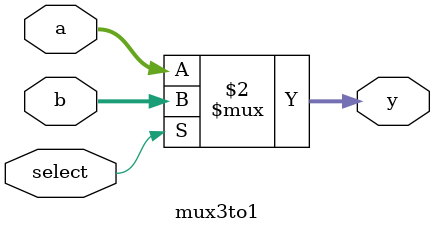
<source format=v>
`default_nettype none
module processor( input         clk, reset,
                  output [31:0] PC,
                  input  [31:0] instruction,
                  output        WE,
                  output [31:0] address_to_mem,
                  output [31:0] data_to_mem,
                  input  [31:0] data_from_mem
                );
    wire [2:0]immControl;
    wire [3:0]ALUControl;
    // extra ridici signaly
    wire BranchOutcome, BranchJalx, BranchBeq, BranchBlt, BranchJalr, BranchJal, RegWrite, MemToReg, MemWrite, ALUSrc, Zero;
    // custom AND outcome
    wire andOutcome;
    // 32-bitove datove cesty
    wire [31:0] PCn, immOp, rs1, rs2, ALUOutput, SrcB, res, BranchTarget, PCPlus4, addResult, read, resFlag;

    mux3to1 muxToPCn(PCPlus4, BranchTarget, BranchOutcome, PCn);
    programCounter counter(clk, reset, PCn, PC);

    adder add4ToPC(4, PC, PCPlus4);

    controlUnit ctrlUnit(instruction, BranchBeq, BranchBlt, BranchJal, BranchJalr, RegWrite, MemToReg, MemWrite, ALUSrc, ALUControl, immControl);
    gprSet set(clk, instruction[19:15], instruction[24:20], instruction[11:7], res, RegWrite, rs1, rs2);
    immDecode decode(instruction[31:7], immControl, immOp);

    mux3to1 muxToSrcB(rs2, immOp, ALUSrc, SrcB);
    alu aluUnit(rs1, SrcB, ALUControl, Zero, ALUOutput);
    adder addImmOpToPC(immOp, PC, addResult);
    mux3to1 muxToBranchTarget(addResult, ALUOutput, BranchJalr, BranchTarget);

    mux3to1 muxToResFlag(ALUOutput, PCPlus4, BranchJalx, resFlag);

    mux3to1 muxToRes(resFlag, data_from_mem, MemToReg, res);

    logicalAnd branchAnd(BranchBeq, Zero, andOutcome);
    logicalOr branchOr(BranchJal, BranchJalr, BranchJalx);
    logicalOr branchOrCompete(BranchJalx, andOutcome, BranchOutcome);

    assign WE = MemWrite;
    assign address_to_mem = ALUOutput;
    assign data_to_mem = rs2;
    //assign data_from_mem = res;
endmodule

module adder(
    input [31:0]a,
    input [31:0]b,
    output [31:0]y);
  assign y = a + b;
endmodule

module alu(
	input [31:0]rs1, SrcB, 
	input [3:0]ALUControl, 
	output reg Zero, 
	output reg [31:0]ALUOutput);
	always @(*)
		case(ALUControl)
			0: ALUOutput = rs1 + SrcB; // add
			//1: ALUOutput = rs1 << SrcB; // sll
			2: ALUOutput = ($signed(rs1) < $signed(SrcB)); // slt
			3: ALUOutput = rs1 - SrcB; // sub
			4: ALUOutput = rs1 / SrcB; // div
			//5: ALUOutput = rs1 >> SrcB; // srl + sra (unsigned vs signed)
			6: ALUOutput = rs1 % SrcB; // rem
			7: ALUOutput = rs1 & SrcB; // and
			8: ALUOutput = SrcB;
			//9: ALUOut = $signed(rs1) >>> SrcB;
			default: ALUOutput = 0;
		endcase
	always @(*)
		if(ALUOutput == 0) Zero = 1;
		else Zero = 0;
endmodule

module controlUnit(
	input [31:0]instruction, 
	output reg BranchBeq, BranchBlt, BranchJal, BranchJalr,
    output reg RegWrite, MemToReg, MemWrite, ALUSrc,
    output reg [3:0]ALUControl,
	output reg [2:0]immControl
	);

	always @(*) begin
		casez({instruction[6:0], instruction[14:12], instruction[31:25]})
            // for instruction 0110011 => goes to ALU
            // operations: add, and, sub, slt, div, rem (, sll, srl, sra)
			'b0110011_000_0000000: begin  // add
                BranchBeq = 0;
                BranchBlt = 0;
                BranchJal = 0;
                BranchJalr = 0;
                MemToReg = 0;
                MemWrite = 0;
                ALUControl = 0;
                ALUSrc = 0;
                immControl = 0;
				RegWrite = 1;
                end
            'b0010011_000_???????: begin  // addi
                BranchBeq = 0;
                BranchBlt = 0;
                BranchJal = 0;
                BranchJalr = 0;
                MemToReg = 0;
                MemWrite = 0;
				RegWrite = 1;
                ALUControl = 0;
                ALUSrc = 1;
                immControl = 0;
			    end
            'b0110011_111_0000000: begin  // and
                BranchBeq = 0;
                BranchBlt = 0;
                BranchJal = 0;
                BranchJalr = 0;
                MemToReg = 0;
                MemWrite = 0;
                ALUControl = 7;
                ALUSrc = 0;
                immControl = 0;
				RegWrite = 1;
                end
            'b0110011_000_0100000: begin  // sub
                BranchBeq = 0;
                BranchBlt = 0;
                BranchJal = 0;
                BranchJalr = 0;
                MemToReg = 0;
                MemWrite = 0;
                ALUControl = 3;
                ALUSrc = 0;
                immControl = 0;
				RegWrite = 1;
                end
            'b0110011_010_0000000: begin  // slt
                BranchBeq = 0;
                BranchBlt = 0;
                BranchJal = 0;
                BranchJalr = 0;
                MemToReg = 0;
                MemWrite = 0;
                ALUControl = 2;
                ALUSrc = 0;
                immControl = 0;
				RegWrite = 1;
                end
            'b0110011_100_0000001: begin  // div
                BranchBeq = 0;
                BranchBlt = 0;
                BranchJal = 0;
                BranchJalr = 0;
                MemToReg = 0;
                MemWrite = 0;
                ALUControl = 4;
                ALUSrc = 0;
                immControl = 0;
				RegWrite = 1;
                end
            'b0110011_110_0000001: begin  // rem
                BranchBeq = 0;
                BranchBlt = 0;
                BranchJal = 0;
                BranchJalr = 0;
                MemToReg = 0;
                MemWrite = 0;
                ALUControl = 6;
                ALUSrc = 0;
                immControl = 0;
				RegWrite = 1;
                end
            'b1100011_000_???????: begin  // beq
				BranchJal = 0;
                BranchBlt = 0;
                BranchJalr = 0;
                RegWrite = 0;
                MemToReg = 0;
                MemWrite = 0;
                ALUControl = 3;
                ALUSrc = 0;
                BranchBeq = 1;
                immControl = 2;
			    end
            'b1100011_100_???????: begin  // blt
				BranchJal = 0;
                BranchJalr = 0;
                RegWrite = 0;
                MemToReg = 0;
                MemWrite = 0;
                ALUControl = 2;
                ALUSrc = 0;
                BranchBeq = 1;
                BranchBlt = 1;
                immControl = 2;
			    end
            'b0000011_010_???????: begin  // lw
				BranchBeq = 0;
                BranchBlt = 0;
                BranchJal = 0;
                BranchJalr = 0;
                MemWrite = 0;
                ALUControl = 0;
                RegWrite = 1;
                MemToReg = 1;
                ALUSrc = 1;
                immControl = 0;
			    end
            'b0100011_010_???????: begin  // sw
                BranchBeq = 0;
                BranchBlt = 0;
                BranchJal = 0;
                BranchJalr = 0;
                RegWrite = 0;
                MemToReg = 1;
                ALUControl = 0; 
				MemWrite = 1;
                ALUSrc = 1;
                immControl = 1;
			    end
            'b0110111_???_???????: begin  // lui
				BranchBeq = 0;
                BranchBlt = 0;
                BranchJal = 0;
                BranchJalr = 0;
                MemToReg = 0;
				MemWrite = 0;
                ALUSrc = 1;
                RegWrite = 1;
                ALUControl = 8;
                immControl = 3;
			    end
            'b1101111_???_???????: begin  // jal
				BranchBeq = 0;                
                BranchBlt = 0;
                BranchJalr = 0;
                MemToReg = 0;
                MemWrite = 0;
                ALUControl = 0;
                ALUSrc = 0;
                BranchJal = 1;
                RegWrite = 1;
                immControl = 4;
			    end
            'b1100111_000_???????: begin  // jalr
				BranchJalr = 1;
                RegWrite = 1;
                ALUSrc = 1;
                BranchBeq = 0;                
                BranchBlt = 0;
                BranchJal = 0;
                MemToReg = 0;
                MemWrite = 0;
                ALUControl = 0;
                immControl = 0;
			    end            
            'b0010111_???_???????: begin  // auipc
                end
            'b0110011_001_0000000: begin  // sll
                end
            'b0110011_101_0000000: begin  // srl
                end
            'b0110011_101_0100000: begin  // sra
                end

			default: begin
				BranchBeq = 0;                
                BranchBlt = 0;
                BranchJal = 0;
                BranchJalr = 0;
                RegWrite = 0;
                MemToReg = 0;
                MemWrite = 0;
                ALUControl = 0;
                ALUSrc = 0;
                immControl = 0;
			    end
			endcase
            end
endmodule   

module programCounter(
    input clk,
    input reset,
    input [31:0]PCn,
    output reg [31:0]PC
    );
    always @(posedge clk) begin
        PC = reset ? 0 : PCn;
        end
endmodule

module gprSet(
    input clk,
    input [19:15] a1,
    input [24:20] a2,
    input [11:7] a3,
    input [31:0]ReadData, // res
    input RegWrite,
    output reg [31:0] rs1,
    output reg [31:0] rs2);

    reg [31:0] reg_file [31:0];

    always @(*) begin
        rs1 = a1 ? reg_file[a1] : 0;
        rs2 = a2 ? reg_file[a2] : 0;
        end
    
    always @(posedge clk) begin
        if (RegWrite) begin
            reg_file[a3] = ReadData;
            end
        end
    /*initial begin
        integer i;
        for(i = 0; i < 32; i = i + 1) begin
            reg_file[i] = 0;
            end
    end*/
endmodule

module immDecode(
    input [31:7]instr,
    input [2:0]immControl,
    output reg [31:0]immOp);

    always @(*) begin
        case(immControl)
            0: begin // imm[11:0] I-type
                immOp = {{21{instr[31]}}, instr[30:20]};
                end
            1: begin // imm[11:5] + imm[4:0] S-type
                immOp = {{21{instr[31]}}, instr[30:25], instr[11:7]};
                end
            2: begin // imm[12|10:5] + imm[4:1|11] B-type
                immOp = {{20{instr[31]}}, instr[7], instr[30:25], instr[11:8], 1'b0};
                end
            3: begin // imm[31:12] U-type
                immOp = {instr[31:12], 12'b0};
                end
            4: begin // imm[20|10:1|11|19:12] J-type
                immOp = {{12{instr[31]}}, instr[19:12], instr[20], instr[30:21], 1'b0};
                end
            default:
                immOp = 32'b0;
        endcase
        end
endmodule

module logicalAnd(input a, b, output y);
	assign y = (a & b);
endmodule

module logicalOr(input a, b, output y);
	assign y = (a | b);
endmodule

module mux3to1(
    input [31:0]a,
    input [31:0]b,
    input select,
    output [31:0]y);
  assign y = (select == 0) ? a : b;
endmodule

`default_nettype wire
</source>
